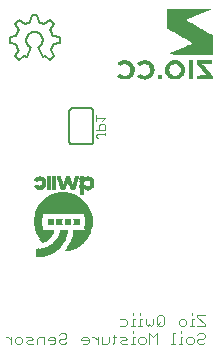
<source format=gbr>
G04 EAGLE Gerber RS-274X export*
G75*
%MOMM*%
%FSLAX34Y34*%
%LPD*%
%AMOC8*
5,1,8,0,0,1.08239X$1,22.5*%
G01*
%ADD10C,0.101600*%
%ADD11C,0.076200*%
%ADD12C,0.152400*%
%ADD13R,0.120000X0.020000*%
%ADD14R,0.340000X0.020000*%
%ADD15R,0.320000X0.020000*%
%ADD16R,0.140000X0.020000*%
%ADD17R,0.280000X0.020000*%
%ADD18R,0.360000X0.020000*%
%ADD19R,0.420000X0.020000*%
%ADD20R,0.380000X0.020000*%
%ADD21R,0.480000X0.020000*%
%ADD22R,0.540000X0.020000*%
%ADD23R,0.560000X0.020000*%
%ADD24R,0.400000X0.020000*%
%ADD25R,0.640000X0.020000*%
%ADD26R,0.620000X0.020000*%
%ADD27R,0.700000X0.020000*%
%ADD28R,0.660000X0.020000*%
%ADD29R,0.740000X0.020000*%
%ADD30R,1.080000X0.020000*%
%ADD31R,0.800000X0.020000*%
%ADD32R,1.100000X0.020000*%
%ADD33R,0.440000X0.020000*%
%ADD34R,0.840000X0.020000*%
%ADD35R,1.120000X0.020000*%
%ADD36R,0.460000X0.020000*%
%ADD37R,0.860000X0.020000*%
%ADD38R,0.900000X0.020000*%
%ADD39R,1.140000X0.020000*%
%ADD40R,0.920000X0.020000*%
%ADD41R,1.160000X0.020000*%
%ADD42R,0.960000X0.020000*%
%ADD43R,0.500000X0.020000*%
%ADD44R,0.520000X0.020000*%
%ADD45R,0.940000X0.020000*%
%ADD46R,0.260000X0.020000*%
%ADD47R,0.180000X0.020000*%
%ADD48R,0.580000X0.020000*%
%ADD49R,0.060000X0.020000*%
%ADD50R,0.600000X0.020000*%
%ADD51R,0.300000X0.020000*%
%ADD52R,0.040000X0.020000*%
%ADD53R,0.100000X0.020000*%
%ADD54R,0.160000X0.020000*%
%ADD55R,0.220000X0.020000*%
%ADD56R,0.980000X0.020000*%
%ADD57R,0.880000X0.020000*%
%ADD58R,0.760000X0.020000*%
%ADD59R,1.060000X0.020000*%
%ADD60R,0.720000X0.020000*%
%ADD61R,0.820000X0.020000*%
%ADD62R,1.180000X0.020000*%
%ADD63R,1.340000X0.020000*%
%ADD64R,1.460000X0.020000*%
%ADD65R,1.600000X0.020000*%
%ADD66R,1.700000X0.020000*%
%ADD67R,1.820000X0.020000*%
%ADD68R,1.900000X0.020000*%
%ADD69R,1.980000X0.020000*%
%ADD70R,2.100000X0.020000*%
%ADD71R,2.160000X0.020000*%
%ADD72R,2.260000X0.020000*%
%ADD73R,2.340000X0.020000*%
%ADD74R,2.400000X0.020000*%
%ADD75R,2.480000X0.020000*%
%ADD76R,2.540000X0.020000*%
%ADD77R,2.600000X0.020000*%
%ADD78R,2.680000X0.020000*%
%ADD79R,2.720000X0.020000*%
%ADD80R,2.800000X0.020000*%
%ADD81R,2.840000X0.020000*%
%ADD82R,2.900000X0.020000*%
%ADD83R,2.960000X0.020000*%
%ADD84R,3.000000X0.020000*%
%ADD85R,3.060000X0.020000*%
%ADD86R,3.120000X0.020000*%
%ADD87R,3.160000X0.020000*%
%ADD88R,3.200000X0.020000*%
%ADD89R,3.260000X0.020000*%
%ADD90R,3.300000X0.020000*%
%ADD91R,3.340000X0.020000*%
%ADD92R,3.380000X0.020000*%
%ADD93R,3.420000X0.020000*%
%ADD94R,3.460000X0.020000*%
%ADD95R,3.520000X0.020000*%
%ADD96R,3.540000X0.020000*%
%ADD97R,3.580000X0.020000*%
%ADD98R,3.620000X0.020000*%
%ADD99R,3.660000X0.020000*%
%ADD100R,3.700000X0.020000*%
%ADD101R,3.740000X0.020000*%
%ADD102R,3.780000X0.020000*%
%ADD103R,3.800000X0.020000*%
%ADD104R,3.840000X0.020000*%
%ADD105R,3.860000X0.020000*%
%ADD106R,3.900000X0.020000*%
%ADD107R,3.940000X0.020000*%
%ADD108R,3.960000X0.020000*%
%ADD109R,3.980000X0.020000*%
%ADD110R,4.020000X0.020000*%
%ADD111R,4.060000X0.020000*%
%ADD112R,4.080000X0.020000*%
%ADD113R,4.100000X0.020000*%
%ADD114R,4.120000X0.020000*%
%ADD115R,4.160000X0.020000*%
%ADD116R,4.180000X0.020000*%
%ADD117R,4.200000X0.020000*%
%ADD118R,4.240000X0.020000*%
%ADD119R,4.260000X0.020000*%
%ADD120R,4.280000X0.020000*%
%ADD121R,4.300000X0.020000*%
%ADD122R,4.320000X0.020000*%
%ADD123R,4.340000X0.020000*%
%ADD124R,4.380000X0.020000*%
%ADD125R,4.400000X0.020000*%
%ADD126R,4.440000X0.020000*%
%ADD127R,4.460000X0.020000*%
%ADD128R,4.500000X0.020000*%
%ADD129R,4.520000X0.020000*%
%ADD130R,4.540000X0.020000*%
%ADD131R,4.560000X0.020000*%
%ADD132R,4.580000X0.020000*%
%ADD133R,4.600000X0.020000*%
%ADD134R,4.620000X0.020000*%
%ADD135R,4.640000X0.020000*%
%ADD136R,4.660000X0.020000*%
%ADD137R,4.680000X0.020000*%
%ADD138R,4.700000X0.020000*%
%ADD139R,4.720000X0.020000*%
%ADD140R,4.740000X0.020000*%
%ADD141R,0.680000X0.020000*%
%ADD142R,1.480000X0.020000*%
%ADD143R,1.580000X0.020000*%
%ADD144R,1.560000X0.020000*%
%ADD145R,1.540000X0.020000*%
%ADD146R,1.520000X0.020000*%
%ADD147R,1.500000X0.020000*%
%ADD148R,1.440000X0.020000*%
%ADD149R,1.400000X0.020000*%
%ADD150R,1.420000X0.020000*%
%ADD151R,1.380000X0.020000*%
%ADD152R,1.360000X0.020000*%
%ADD153R,1.320000X0.020000*%
%ADD154R,1.300000X0.020000*%
%ADD155R,1.260000X0.020000*%
%ADD156R,1.220000X0.020000*%
%ADD157R,1.200000X0.020000*%
%ADD158R,1.040000X0.020000*%
%ADD159R,1.020000X0.020000*%
%ADD160R,1.000000X0.020000*%
%ADD161R,1.280000X0.020000*%
%ADD162R,0.780000X0.020000*%
%ADD163R,1.240000X0.020000*%
%ADD164R,0.020000X0.020000*%
%ADD165R,1.840000X0.020000*%
%ADD166R,1.800000X0.020000*%
%ADD167R,1.780000X0.020000*%
%ADD168R,1.760000X0.020000*%
%ADD169R,1.740000X0.020000*%
%ADD170R,1.680000X0.020000*%
%ADD171R,1.660000X0.020000*%
%ADD172R,1.620000X0.020000*%

G36*
X190948Y953232D02*
X190948Y953232D01*
X190948Y953233D01*
X190949Y953234D01*
X190944Y954595D01*
X190941Y955955D01*
X190936Y957317D01*
X190931Y958678D01*
X190926Y960040D01*
X190922Y961400D01*
X190917Y962762D01*
X190912Y964123D01*
X190909Y965485D01*
X190904Y966845D01*
X190899Y968207D01*
X190895Y969568D01*
X190890Y969573D01*
X190889Y969578D01*
X189666Y970288D01*
X188442Y970997D01*
X187220Y971707D01*
X185998Y972417D01*
X184775Y973126D01*
X183553Y973836D01*
X182329Y974545D01*
X181106Y975255D01*
X179884Y975965D01*
X178633Y976690D01*
X177384Y977416D01*
X176133Y978141D01*
X174883Y978865D01*
X173634Y979590D01*
X172383Y980316D01*
X171134Y981040D01*
X169883Y981764D01*
X168650Y982477D01*
X169942Y983216D01*
X171393Y983847D01*
X172849Y984468D01*
X174307Y985084D01*
X175765Y985698D01*
X177224Y986311D01*
X178684Y986924D01*
X180091Y987515D01*
X181497Y988105D01*
X182904Y988696D01*
X184309Y989286D01*
X185717Y989877D01*
X187123Y990467D01*
X188528Y991058D01*
X189935Y991648D01*
X190887Y992052D01*
X190890Y992057D01*
X190894Y992061D01*
X190893Y992063D01*
X190894Y992066D01*
X190887Y992069D01*
X190883Y992075D01*
X186407Y992075D01*
X184917Y992076D01*
X177459Y992076D01*
X175966Y992078D01*
X167016Y992078D01*
X166256Y992079D01*
X166227Y992079D01*
X165525Y992079D01*
X158067Y992079D01*
X156575Y992081D01*
X152100Y992081D01*
X152088Y992071D01*
X152089Y992070D01*
X152088Y992069D01*
X152088Y990707D01*
X152090Y989345D01*
X152090Y987981D01*
X152091Y986619D01*
X152091Y985257D01*
X152093Y983895D01*
X152093Y982531D01*
X152094Y981169D01*
X152094Y979807D01*
X152096Y978445D01*
X152098Y977083D01*
X152098Y975719D01*
X152103Y975714D01*
X152104Y975709D01*
X153391Y974964D01*
X154680Y974220D01*
X155967Y973474D01*
X157255Y972729D01*
X158544Y971983D01*
X159831Y971239D01*
X161119Y970494D01*
X162367Y969772D01*
X163614Y969051D01*
X164861Y968329D01*
X166108Y967606D01*
X167356Y966886D01*
X168604Y966163D01*
X169850Y965441D01*
X171098Y964719D01*
X172344Y963996D01*
X173418Y963360D01*
X174390Y962649D01*
X173031Y962070D01*
X171650Y961487D01*
X170271Y960906D01*
X167508Y959744D01*
X166127Y959165D01*
X164746Y958584D01*
X163365Y958004D01*
X161982Y957425D01*
X160598Y956844D01*
X159215Y956263D01*
X157833Y955680D01*
X156450Y955098D01*
X155067Y954515D01*
X153686Y953931D01*
X152306Y953342D01*
X152304Y953336D01*
X152299Y953333D01*
X152301Y953331D01*
X152300Y953328D01*
X152306Y953324D01*
X152311Y953319D01*
X153787Y953282D01*
X155267Y953268D01*
X156747Y953259D01*
X158228Y953251D01*
X159707Y953246D01*
X161187Y953240D01*
X162666Y953236D01*
X164146Y953233D01*
X165625Y953230D01*
X167105Y953227D01*
X168585Y953225D01*
X170066Y953225D01*
X171545Y953224D01*
X181986Y953224D01*
X183478Y953222D01*
X190937Y953222D01*
X190948Y953232D01*
G37*
G36*
X159469Y932095D02*
X159469Y932095D01*
X159470Y932094D01*
X160488Y932178D01*
X160831Y932207D01*
X160832Y932208D01*
X160833Y932207D01*
X162154Y932571D01*
X162154Y932572D01*
X162155Y932571D01*
X163406Y933132D01*
X163407Y933133D01*
X163408Y933133D01*
X164549Y933890D01*
X164550Y933891D01*
X164551Y933891D01*
X165551Y934828D01*
X165551Y934829D01*
X165552Y934829D01*
X166375Y935925D01*
X166375Y935926D01*
X166376Y935926D01*
X166997Y937147D01*
X166996Y937149D01*
X166997Y937149D01*
X167351Y938333D01*
X167351Y938335D01*
X167352Y938335D01*
X167364Y938420D01*
X167366Y938432D01*
X167368Y938444D01*
X167369Y938456D01*
X167371Y938468D01*
X167392Y938611D01*
X167394Y938623D01*
X167396Y938635D01*
X167397Y938647D01*
X167398Y938647D01*
X167399Y938659D01*
X167419Y938790D01*
X167420Y938802D01*
X167422Y938814D01*
X167424Y938826D01*
X167426Y938838D01*
X167445Y938969D01*
X167447Y938981D01*
X167448Y938993D01*
X167450Y939005D01*
X167452Y939017D01*
X167471Y939148D01*
X167473Y939160D01*
X167475Y939172D01*
X167476Y939184D01*
X167478Y939196D01*
X167499Y939339D01*
X167501Y939351D01*
X167503Y939363D01*
X167504Y939375D01*
X167506Y939387D01*
X167525Y939518D01*
X167527Y939530D01*
X167529Y939542D01*
X167531Y939554D01*
X167531Y939558D01*
X167531Y939559D01*
X167558Y940796D01*
X167558Y940797D01*
X167411Y942025D01*
X167409Y942026D01*
X167410Y942027D01*
X166947Y943478D01*
X166945Y943478D01*
X166946Y943480D01*
X166211Y944815D01*
X166209Y944815D01*
X166209Y944817D01*
X165244Y945996D01*
X165243Y945996D01*
X165243Y945998D01*
X164081Y946984D01*
X164079Y946984D01*
X164079Y946985D01*
X162756Y947742D01*
X162755Y947742D01*
X162755Y947743D01*
X161597Y948181D01*
X161596Y948180D01*
X161595Y948182D01*
X160489Y948367D01*
X160376Y948386D01*
X160375Y948386D01*
X160374Y948387D01*
X160309Y948389D01*
X160308Y948389D01*
X159937Y948401D01*
X159936Y948401D01*
X159565Y948413D01*
X159564Y948413D01*
X159193Y948424D01*
X159193Y948425D01*
X159192Y948425D01*
X159138Y948426D01*
X159137Y948426D01*
X159041Y948425D01*
X159039Y948425D01*
X159039Y948424D01*
X158382Y948413D01*
X158381Y948413D01*
X157912Y948404D01*
X157911Y948403D01*
X157910Y948404D01*
X156706Y948186D01*
X156705Y948185D01*
X156704Y948186D01*
X155414Y947706D01*
X155413Y947705D01*
X155412Y947706D01*
X154212Y947028D01*
X154211Y947026D01*
X154210Y947027D01*
X153142Y946157D01*
X153141Y946155D01*
X153140Y946155D01*
X152239Y945114D01*
X152239Y945112D01*
X152237Y945112D01*
X151526Y943933D01*
X151526Y943931D01*
X151525Y943931D01*
X151014Y942651D01*
X151015Y942650D01*
X151013Y942649D01*
X150790Y941474D01*
X150790Y941473D01*
X150789Y941472D01*
X150770Y940271D01*
X150771Y940270D01*
X150770Y940270D01*
X150801Y939037D01*
X150802Y939036D01*
X150801Y939034D01*
X151061Y937834D01*
X151062Y937833D01*
X151062Y937832D01*
X151563Y936608D01*
X151565Y936608D01*
X151564Y936607D01*
X152261Y935484D01*
X152263Y935484D01*
X152262Y935483D01*
X153137Y934492D01*
X153138Y934492D01*
X153138Y934491D01*
X154216Y933583D01*
X154218Y933583D01*
X154218Y933582D01*
X155434Y932870D01*
X155435Y932871D01*
X155436Y932869D01*
X156755Y932376D01*
X156757Y932376D01*
X156757Y932375D01*
X158104Y932150D01*
X158105Y932150D01*
X159469Y932094D01*
X159469Y932095D01*
G37*
G36*
X191053Y932385D02*
X191053Y932385D01*
X191052Y932386D01*
X191053Y932387D01*
X191053Y935000D01*
X191050Y935004D01*
X191050Y935008D01*
X190182Y936016D01*
X189315Y937025D01*
X188447Y938034D01*
X187579Y939043D01*
X186712Y940051D01*
X185840Y941066D01*
X184969Y942083D01*
X184099Y943099D01*
X183231Y944118D01*
X182389Y945128D01*
X183757Y945165D01*
X185150Y945177D01*
X186544Y945180D01*
X190724Y945180D01*
X190736Y945190D01*
X190735Y945191D01*
X190736Y945192D01*
X190736Y948260D01*
X190725Y948272D01*
X190724Y948272D01*
X177814Y948272D01*
X177802Y948262D01*
X177803Y948261D01*
X177802Y948260D01*
X177802Y945562D01*
X177806Y945558D01*
X177805Y945554D01*
X178669Y944549D01*
X179534Y943542D01*
X180399Y942538D01*
X181263Y941533D01*
X182128Y940528D01*
X182993Y939521D01*
X183857Y938516D01*
X184722Y937512D01*
X185587Y936505D01*
X186434Y935520D01*
X185654Y935515D01*
X185649Y935515D01*
X185018Y935510D01*
X183612Y935503D01*
X183607Y935503D01*
X183578Y935502D01*
X182137Y935493D01*
X181801Y935491D01*
X181797Y935491D01*
X180696Y935483D01*
X179996Y935479D01*
X179991Y935479D01*
X179254Y935474D01*
X177979Y935467D01*
X177973Y935467D01*
X177814Y935466D01*
X177802Y935455D01*
X177803Y935455D01*
X177802Y935454D01*
X177802Y932387D01*
X177813Y932375D01*
X177814Y932376D01*
X177814Y932375D01*
X191041Y932375D01*
X191053Y932385D01*
G37*
G36*
X117172Y932095D02*
X117172Y932095D01*
X117173Y932094D01*
X118556Y932208D01*
X118557Y932210D01*
X118558Y932209D01*
X120009Y932644D01*
X120010Y932645D01*
X120011Y932645D01*
X121362Y933329D01*
X121362Y933330D01*
X121364Y933330D01*
X122561Y934259D01*
X122561Y934260D01*
X122562Y934260D01*
X123555Y935403D01*
X123555Y935405D01*
X123556Y935405D01*
X124310Y936720D01*
X124310Y936721D01*
X124311Y936722D01*
X124813Y938150D01*
X124812Y938152D01*
X124813Y938153D01*
X125005Y939481D01*
X125005Y939482D01*
X125005Y939483D01*
X125026Y940826D01*
X125025Y940827D01*
X125026Y940827D01*
X124870Y942161D01*
X124869Y942162D01*
X124870Y942163D01*
X124433Y943505D01*
X124432Y943505D01*
X124432Y943507D01*
X123774Y944756D01*
X123772Y944756D01*
X123773Y944758D01*
X122911Y945875D01*
X122909Y945876D01*
X122909Y945877D01*
X121866Y946828D01*
X121865Y946828D01*
X121864Y946829D01*
X120664Y947570D01*
X120663Y947570D01*
X120663Y947571D01*
X119393Y948119D01*
X119391Y948118D01*
X119390Y948120D01*
X118036Y948388D01*
X118035Y948387D01*
X118034Y948388D01*
X118016Y948389D01*
X117600Y948401D01*
X117599Y948401D01*
X117184Y948413D01*
X117183Y948413D01*
X116767Y948424D01*
X116767Y948425D01*
X116766Y948425D01*
X116650Y948428D01*
X116649Y948428D01*
X116494Y948425D01*
X116493Y948425D01*
X116493Y948424D01*
X115940Y948413D01*
X115939Y948413D01*
X115398Y948401D01*
X115397Y948401D01*
X115396Y948401D01*
X114168Y948185D01*
X114167Y948184D01*
X114166Y948184D01*
X113077Y947784D01*
X113076Y947783D01*
X113075Y947784D01*
X112047Y947249D01*
X112046Y947247D01*
X112045Y947248D01*
X111107Y946567D01*
X111107Y946566D01*
X111106Y946566D01*
X110506Y946031D01*
X110504Y946015D01*
X110505Y946015D01*
X110505Y946014D01*
X111045Y945397D01*
X111584Y944779D01*
X112135Y944147D01*
X112683Y943511D01*
X112698Y943509D01*
X112699Y943509D01*
X113390Y943986D01*
X114640Y944739D01*
X116029Y945175D01*
X117483Y945197D01*
X118863Y944746D01*
X120016Y943863D01*
X120885Y942604D01*
X121337Y941142D01*
X121352Y939612D01*
X120945Y938135D01*
X120133Y936838D01*
X118953Y935869D01*
X117509Y935369D01*
X116849Y935365D01*
X116844Y935365D01*
X116010Y935360D01*
X114578Y935803D01*
X113310Y936613D01*
X112663Y937135D01*
X112647Y937134D01*
X112085Y936571D01*
X110394Y934875D01*
X110393Y934859D01*
X110395Y934859D01*
X110394Y934858D01*
X110795Y934480D01*
X111875Y933573D01*
X111876Y933573D01*
X111876Y933572D01*
X113084Y932847D01*
X113086Y932847D01*
X113086Y932846D01*
X114409Y932360D01*
X114410Y932360D01*
X114411Y932359D01*
X115783Y932148D01*
X115783Y932149D01*
X115784Y932148D01*
X117171Y932094D01*
X117172Y932095D01*
G37*
G36*
X133892Y932060D02*
X133892Y932060D01*
X133892Y932059D01*
X135156Y932177D01*
X135157Y932178D01*
X135158Y932177D01*
X136554Y932553D01*
X136554Y932555D01*
X136556Y932554D01*
X137856Y933183D01*
X137856Y933184D01*
X137858Y933184D01*
X139029Y934030D01*
X139029Y934031D01*
X139031Y934031D01*
X140036Y935069D01*
X140036Y935071D01*
X140037Y935071D01*
X140826Y936281D01*
X140826Y936282D01*
X140827Y936283D01*
X141379Y937527D01*
X141379Y937529D01*
X141380Y937529D01*
X141693Y938855D01*
X141692Y938856D01*
X141693Y938857D01*
X141773Y940217D01*
X141772Y940218D01*
X141773Y940219D01*
X141723Y941469D01*
X141722Y941470D01*
X141723Y941471D01*
X141479Y942697D01*
X141477Y942698D01*
X141478Y942699D01*
X141014Y943861D01*
X141013Y943862D01*
X141014Y943863D01*
X140333Y945042D01*
X140331Y945043D01*
X140332Y945044D01*
X139465Y946093D01*
X139463Y946093D01*
X139463Y946095D01*
X138431Y946982D01*
X138430Y946982D01*
X138430Y946983D01*
X137258Y947675D01*
X137257Y947675D01*
X137257Y947676D01*
X136168Y948114D01*
X136166Y948114D01*
X136166Y948115D01*
X135019Y948358D01*
X135018Y948357D01*
X135018Y948358D01*
X133846Y948447D01*
X133846Y948446D01*
X133845Y948447D01*
X133204Y948437D01*
X133202Y948437D01*
X132405Y948425D01*
X132403Y948425D01*
X132359Y948425D01*
X132358Y948424D01*
X132357Y948425D01*
X130894Y948175D01*
X130893Y948174D01*
X130891Y948175D01*
X129502Y947646D01*
X129502Y947645D01*
X129500Y947645D01*
X128362Y946955D01*
X128362Y946953D01*
X128361Y946953D01*
X127360Y946085D01*
X127359Y946076D01*
X127358Y946075D01*
X127359Y946074D01*
X127358Y946069D01*
X127359Y946069D01*
X127358Y946069D01*
X127840Y945375D01*
X128386Y944722D01*
X128920Y944111D01*
X129455Y943496D01*
X129461Y943496D01*
X129461Y943495D01*
X129464Y943495D01*
X129470Y943494D01*
X129471Y943495D01*
X130126Y943982D01*
X131372Y944735D01*
X132755Y945180D01*
X134205Y945202D01*
X135586Y944757D01*
X136688Y943954D01*
X137495Y942852D01*
X137974Y941571D01*
X138123Y940212D01*
X138094Y939999D01*
X138089Y939963D01*
X138054Y939701D01*
X138049Y939665D01*
X138014Y939402D01*
X138009Y939366D01*
X137974Y939104D01*
X137969Y939068D01*
X137941Y938856D01*
X137423Y937592D01*
X136575Y936520D01*
X135393Y935714D01*
X134014Y935333D01*
X133811Y935342D01*
X133810Y935342D01*
X133547Y935354D01*
X133284Y935366D01*
X133021Y935378D01*
X132758Y935390D01*
X132582Y935398D01*
X131223Y935855D01*
X130012Y936629D01*
X129382Y937135D01*
X129367Y937134D01*
X129366Y937134D01*
X128295Y936059D01*
X127738Y935483D01*
X127738Y935482D01*
X127737Y935482D01*
X127223Y934868D01*
X127223Y934852D01*
X128066Y934017D01*
X128067Y934017D01*
X128068Y934016D01*
X129023Y933297D01*
X129025Y933297D01*
X129025Y933295D01*
X130152Y932711D01*
X130153Y932712D01*
X130154Y932710D01*
X131365Y932326D01*
X131366Y932327D01*
X131367Y932326D01*
X132619Y932112D01*
X132620Y932112D01*
X132621Y932111D01*
X133891Y932059D01*
X133892Y932060D01*
G37*
%LPC*%
G36*
X158410Y935366D02*
X158410Y935366D01*
X157076Y935771D01*
X155928Y936566D01*
X155065Y937664D01*
X154539Y938956D01*
X154371Y940343D01*
X154569Y941726D01*
X155117Y943010D01*
X156016Y944054D01*
X157187Y944787D01*
X158506Y945191D01*
X159883Y945200D01*
X160483Y945003D01*
X161340Y944717D01*
X162562Y943794D01*
X163421Y942523D01*
X163856Y941051D01*
X163853Y939520D01*
X163402Y938055D01*
X162538Y936789D01*
X161327Y935852D01*
X160483Y935573D01*
X159874Y935374D01*
X159190Y935271D01*
X158410Y935366D01*
G37*
%LPD*%
G36*
X174334Y932385D02*
X174334Y932385D01*
X174333Y932386D01*
X174334Y932387D01*
X174334Y948265D01*
X174323Y948277D01*
X174322Y948276D01*
X174322Y948277D01*
X174244Y948276D01*
X174243Y948276D01*
X173525Y948264D01*
X173523Y948264D01*
X173461Y948263D01*
X172807Y948252D01*
X172805Y948252D01*
X172602Y948248D01*
X172140Y948240D01*
X172138Y948240D01*
X171742Y948233D01*
X171466Y948228D01*
X171464Y948228D01*
X170883Y948218D01*
X170871Y948208D01*
X170872Y948207D01*
X170871Y948206D01*
X170865Y946625D01*
X170860Y945043D01*
X170854Y943461D01*
X170849Y941879D01*
X170844Y940297D01*
X170838Y938715D01*
X170833Y937134D01*
X170827Y935551D01*
X170822Y933970D01*
X170817Y932387D01*
X170828Y932375D01*
X170829Y932376D01*
X170829Y932375D01*
X174322Y932375D01*
X174334Y932385D01*
G37*
G36*
X148091Y932385D02*
X148091Y932385D01*
X148090Y932386D01*
X148091Y932387D01*
X148091Y935984D01*
X148080Y935996D01*
X148080Y935995D01*
X148079Y935996D01*
X144482Y935996D01*
X144470Y935986D01*
X144470Y935985D01*
X144470Y935984D01*
X144470Y932387D01*
X144480Y932375D01*
X144481Y932376D01*
X144482Y932375D01*
X148079Y932375D01*
X148091Y932385D01*
G37*
D10*
X184150Y732544D02*
X178049Y732544D01*
X178049Y731019D01*
X184150Y724917D01*
X184150Y723392D01*
X178049Y723392D01*
X174795Y729493D02*
X173270Y729493D01*
X173270Y723392D01*
X174795Y723392D02*
X171744Y723392D01*
X173270Y732544D02*
X173270Y734069D01*
X167033Y723392D02*
X163982Y723392D01*
X162457Y724917D01*
X162457Y727968D01*
X163982Y729493D01*
X167033Y729493D01*
X168558Y727968D01*
X168558Y724917D01*
X167033Y723392D01*
X149848Y724917D02*
X149848Y731019D01*
X148322Y732544D01*
X145272Y732544D01*
X143746Y731019D01*
X143746Y724917D01*
X145272Y723392D01*
X148322Y723392D01*
X149848Y724917D01*
X146797Y726443D02*
X143746Y723392D01*
X140492Y724917D02*
X140492Y729493D01*
X140492Y724917D02*
X138967Y723392D01*
X137442Y724917D01*
X135917Y723392D01*
X134391Y724917D01*
X134391Y729493D01*
X131137Y729493D02*
X129612Y729493D01*
X129612Y723392D01*
X131137Y723392D02*
X128087Y723392D01*
X129612Y732544D02*
X129612Y734069D01*
X124901Y729493D02*
X123375Y729493D01*
X123375Y723392D01*
X121850Y723392D02*
X124901Y723392D01*
X123375Y732544D02*
X123375Y734069D01*
X117138Y729493D02*
X112563Y729493D01*
X117138Y729493D02*
X118664Y727968D01*
X118664Y724917D01*
X117138Y723392D01*
X112563Y723392D01*
X178049Y715779D02*
X179574Y717304D01*
X182625Y717304D01*
X184150Y715779D01*
X184150Y714253D01*
X182625Y712728D01*
X179574Y712728D01*
X178049Y711203D01*
X178049Y709677D01*
X179574Y708152D01*
X182625Y708152D01*
X184150Y709677D01*
X173270Y708152D02*
X170219Y708152D01*
X168694Y709677D01*
X168694Y712728D01*
X170219Y714253D01*
X173270Y714253D01*
X174795Y712728D01*
X174795Y709677D01*
X173270Y708152D01*
X165440Y714253D02*
X163914Y714253D01*
X163914Y708152D01*
X162389Y708152D02*
X165440Y708152D01*
X163914Y717304D02*
X163914Y718829D01*
X159203Y717304D02*
X157678Y717304D01*
X157678Y708152D01*
X159203Y708152D02*
X156152Y708152D01*
X143611Y708152D02*
X143611Y717304D01*
X140560Y714253D01*
X137510Y717304D01*
X137510Y708152D01*
X132730Y708152D02*
X129680Y708152D01*
X128155Y709677D01*
X128155Y712728D01*
X129680Y714253D01*
X132730Y714253D01*
X134256Y712728D01*
X134256Y709677D01*
X132730Y708152D01*
X124901Y714253D02*
X123375Y714253D01*
X123375Y708152D01*
X121850Y708152D02*
X124901Y708152D01*
X123375Y717304D02*
X123375Y718829D01*
X118664Y708152D02*
X114088Y708152D01*
X112563Y709677D01*
X114088Y711203D01*
X117138Y711203D01*
X118664Y712728D01*
X117138Y714253D01*
X112563Y714253D01*
X107783Y715779D02*
X107783Y709677D01*
X106258Y708152D01*
X106258Y714253D02*
X109309Y714253D01*
X103072Y714253D02*
X103072Y709677D01*
X101546Y708152D01*
X96971Y708152D01*
X96971Y714253D01*
X93717Y714253D02*
X93717Y708152D01*
X93717Y711203D02*
X90666Y714253D01*
X89141Y714253D01*
X84395Y708152D02*
X81345Y708152D01*
X84395Y708152D02*
X85921Y709677D01*
X85921Y712728D01*
X84395Y714253D01*
X81345Y714253D01*
X79819Y712728D01*
X79819Y711203D01*
X85921Y711203D01*
X62634Y717304D02*
X61109Y715779D01*
X62634Y717304D02*
X65685Y717304D01*
X67210Y715779D01*
X67210Y714253D01*
X65685Y712728D01*
X62634Y712728D01*
X61109Y711203D01*
X61109Y709677D01*
X62634Y708152D01*
X65685Y708152D01*
X67210Y709677D01*
X56330Y708152D02*
X53279Y708152D01*
X56330Y708152D02*
X57855Y709677D01*
X57855Y712728D01*
X56330Y714253D01*
X53279Y714253D01*
X51754Y712728D01*
X51754Y711203D01*
X57855Y711203D01*
X48500Y708152D02*
X48500Y714253D01*
X43924Y714253D01*
X42399Y712728D01*
X42399Y708152D01*
X39145Y708152D02*
X34569Y708152D01*
X33043Y709677D01*
X34569Y711203D01*
X37619Y711203D01*
X39145Y712728D01*
X37619Y714253D01*
X33043Y714253D01*
X28264Y708152D02*
X25214Y708152D01*
X23688Y709677D01*
X23688Y712728D01*
X25214Y714253D01*
X28264Y714253D01*
X29789Y712728D01*
X29789Y709677D01*
X28264Y708152D01*
X20434Y708152D02*
X20434Y714253D01*
X20434Y711203D02*
X17384Y714253D01*
X15858Y714253D01*
D11*
X93812Y882243D02*
X92583Y883471D01*
X92583Y884700D01*
X93812Y885929D01*
X99955Y885929D01*
X99955Y887157D02*
X99955Y884700D01*
X99955Y889727D02*
X92583Y889727D01*
X99955Y889727D02*
X99955Y893413D01*
X98727Y894642D01*
X96269Y894642D01*
X95040Y893413D01*
X95040Y889727D01*
X97498Y897211D02*
X99955Y899668D01*
X92583Y899668D01*
X92583Y897211D02*
X92583Y902126D01*
D12*
X69560Y905276D02*
X69560Y879876D01*
X89880Y905276D02*
X89878Y905376D01*
X89872Y905475D01*
X89862Y905575D01*
X89849Y905673D01*
X89831Y905772D01*
X89810Y905869D01*
X89785Y905965D01*
X89756Y906061D01*
X89723Y906155D01*
X89687Y906248D01*
X89647Y906339D01*
X89603Y906429D01*
X89556Y906517D01*
X89506Y906603D01*
X89452Y906687D01*
X89395Y906769D01*
X89335Y906848D01*
X89271Y906926D01*
X89205Y907000D01*
X89136Y907072D01*
X89064Y907141D01*
X88990Y907207D01*
X88912Y907271D01*
X88833Y907331D01*
X88751Y907388D01*
X88667Y907442D01*
X88581Y907492D01*
X88493Y907539D01*
X88403Y907583D01*
X88312Y907623D01*
X88219Y907659D01*
X88125Y907692D01*
X88029Y907721D01*
X87933Y907746D01*
X87836Y907767D01*
X87737Y907785D01*
X87639Y907798D01*
X87539Y907808D01*
X87440Y907814D01*
X87340Y907816D01*
X89880Y879876D02*
X89878Y879776D01*
X89872Y879677D01*
X89862Y879577D01*
X89849Y879479D01*
X89831Y879380D01*
X89810Y879283D01*
X89785Y879187D01*
X89756Y879091D01*
X89723Y878997D01*
X89687Y878904D01*
X89647Y878813D01*
X89603Y878723D01*
X89556Y878635D01*
X89506Y878549D01*
X89452Y878465D01*
X89395Y878383D01*
X89335Y878304D01*
X89271Y878226D01*
X89205Y878152D01*
X89136Y878080D01*
X89064Y878011D01*
X88990Y877945D01*
X88912Y877881D01*
X88833Y877821D01*
X88751Y877764D01*
X88667Y877710D01*
X88581Y877660D01*
X88493Y877613D01*
X88403Y877569D01*
X88312Y877529D01*
X88219Y877493D01*
X88125Y877460D01*
X88029Y877431D01*
X87933Y877406D01*
X87836Y877385D01*
X87737Y877367D01*
X87639Y877354D01*
X87539Y877344D01*
X87440Y877338D01*
X87340Y877336D01*
X72100Y877336D02*
X72000Y877338D01*
X71901Y877344D01*
X71801Y877354D01*
X71703Y877367D01*
X71604Y877385D01*
X71507Y877406D01*
X71411Y877431D01*
X71315Y877460D01*
X71221Y877493D01*
X71128Y877529D01*
X71037Y877569D01*
X70947Y877613D01*
X70859Y877660D01*
X70773Y877710D01*
X70689Y877764D01*
X70607Y877821D01*
X70528Y877881D01*
X70450Y877945D01*
X70376Y878011D01*
X70304Y878080D01*
X70235Y878152D01*
X70169Y878226D01*
X70105Y878304D01*
X70045Y878383D01*
X69988Y878465D01*
X69934Y878549D01*
X69884Y878635D01*
X69837Y878723D01*
X69793Y878813D01*
X69753Y878904D01*
X69717Y878997D01*
X69684Y879091D01*
X69655Y879187D01*
X69630Y879283D01*
X69609Y879380D01*
X69591Y879479D01*
X69578Y879577D01*
X69568Y879677D01*
X69562Y879776D01*
X69560Y879876D01*
X69560Y905276D02*
X69562Y905376D01*
X69568Y905475D01*
X69578Y905575D01*
X69591Y905673D01*
X69609Y905772D01*
X69630Y905869D01*
X69655Y905965D01*
X69684Y906061D01*
X69717Y906155D01*
X69753Y906248D01*
X69793Y906339D01*
X69837Y906429D01*
X69884Y906517D01*
X69934Y906603D01*
X69988Y906687D01*
X70045Y906769D01*
X70105Y906848D01*
X70169Y906926D01*
X70235Y907000D01*
X70304Y907072D01*
X70376Y907141D01*
X70450Y907207D01*
X70528Y907271D01*
X70607Y907331D01*
X70689Y907388D01*
X70773Y907442D01*
X70859Y907492D01*
X70947Y907539D01*
X71037Y907583D01*
X71128Y907623D01*
X71221Y907659D01*
X71315Y907692D01*
X71411Y907721D01*
X71507Y907746D01*
X71604Y907767D01*
X71703Y907785D01*
X71801Y907798D01*
X71901Y907808D01*
X72000Y907814D01*
X72100Y907816D01*
X87340Y907816D01*
X87340Y877336D02*
X72100Y877336D01*
X89880Y879876D02*
X89880Y905276D01*
D13*
X85778Y849302D03*
D14*
X80478Y849302D03*
X76278Y849302D03*
D15*
X68378Y849302D03*
X60778Y849302D03*
D14*
X56678Y849302D03*
X52478Y849302D03*
D16*
X44678Y849302D03*
D17*
X85778Y849102D03*
D18*
X80378Y849102D03*
X76178Y849102D03*
X68378Y849102D03*
D14*
X60678Y849102D03*
D18*
X56778Y849102D03*
X52378Y849102D03*
D15*
X44578Y849102D03*
D19*
X85878Y848902D03*
D18*
X80378Y848902D03*
X76178Y848902D03*
D20*
X68478Y848902D03*
D18*
X60778Y848902D03*
X56778Y848902D03*
X52378Y848902D03*
D21*
X44578Y848902D03*
X85778Y848702D03*
D18*
X80378Y848702D03*
X76178Y848702D03*
D20*
X68478Y848702D03*
D14*
X60878Y848702D03*
D18*
X56778Y848702D03*
X52378Y848702D03*
D22*
X44678Y848702D03*
D23*
X85778Y848502D03*
D18*
X80378Y848502D03*
X75978Y848502D03*
D24*
X68378Y848502D03*
D14*
X60878Y848502D03*
D18*
X56778Y848502D03*
X52378Y848502D03*
D25*
X44578Y848502D03*
D26*
X85878Y848302D03*
D18*
X80378Y848302D03*
X75978Y848302D03*
D24*
X68378Y848302D03*
D18*
X60978Y848302D03*
X56778Y848302D03*
X52378Y848302D03*
D27*
X44678Y848302D03*
D28*
X85878Y848102D03*
D20*
X80478Y848102D03*
D14*
X75878Y848102D03*
D19*
X68478Y848102D03*
D14*
X61078Y848102D03*
D18*
X56778Y848102D03*
X52378Y848102D03*
D29*
X44678Y848102D03*
D30*
X83978Y847902D03*
D18*
X75778Y847902D03*
D19*
X68478Y847902D03*
D14*
X61078Y847902D03*
D18*
X56778Y847902D03*
X52378Y847902D03*
D31*
X44578Y847902D03*
D32*
X84078Y847702D03*
D18*
X75778Y847702D03*
D33*
X68378Y847702D03*
D14*
X61078Y847702D03*
D18*
X56778Y847702D03*
X52378Y847702D03*
D34*
X44578Y847702D03*
D35*
X84178Y847502D03*
D14*
X75678Y847502D03*
D36*
X68478Y847502D03*
D14*
X61278Y847502D03*
D18*
X56778Y847502D03*
X52378Y847502D03*
D37*
X44678Y847502D03*
D35*
X84178Y847302D03*
D14*
X75678Y847302D03*
D36*
X68478Y847302D03*
D14*
X61278Y847302D03*
D18*
X56778Y847302D03*
X52378Y847302D03*
D38*
X44678Y847302D03*
D39*
X84278Y847102D03*
D18*
X75578Y847102D03*
D21*
X68378Y847102D03*
D15*
X61378Y847102D03*
D18*
X56778Y847102D03*
X52378Y847102D03*
D40*
X44578Y847102D03*
D41*
X84378Y846902D03*
D14*
X75478Y846902D03*
D21*
X68378Y846902D03*
D14*
X61478Y846902D03*
D18*
X56778Y846902D03*
X52378Y846902D03*
D42*
X44578Y846902D03*
D41*
X84378Y846702D03*
D14*
X75478Y846702D03*
D43*
X68478Y846702D03*
D14*
X61478Y846702D03*
D18*
X56778Y846702D03*
X52378Y846702D03*
D42*
X44778Y846702D03*
D41*
X84378Y846502D03*
D18*
X75378Y846502D03*
D44*
X68378Y846502D03*
D14*
X61478Y846502D03*
D18*
X56778Y846502D03*
X52378Y846502D03*
D45*
X44878Y846502D03*
D21*
X87978Y846302D03*
D22*
X81278Y846302D03*
D14*
X75278Y846302D03*
D44*
X68378Y846302D03*
D15*
X61578Y846302D03*
D18*
X56778Y846302D03*
X52378Y846302D03*
D21*
X47378Y846302D03*
D15*
X42178Y846302D03*
D36*
X88278Y846102D03*
D43*
X81078Y846102D03*
D14*
X75278Y846102D03*
D44*
X68378Y846102D03*
D14*
X61678Y846102D03*
D18*
X56778Y846102D03*
X52378Y846102D03*
D33*
X47578Y846102D03*
D46*
X42078Y846102D03*
D19*
X88478Y845902D03*
D36*
X80878Y845902D03*
D18*
X75178Y845902D03*
D22*
X68478Y845902D03*
D15*
X61778Y845902D03*
D18*
X56778Y845902D03*
X52378Y845902D03*
D19*
X47878Y845902D03*
D47*
X42078Y845902D03*
D24*
X88578Y845702D03*
D33*
X80778Y845702D03*
D14*
X75078Y845702D03*
D22*
X68478Y845702D03*
D15*
X61778Y845702D03*
D18*
X56778Y845702D03*
X52378Y845702D03*
D24*
X47978Y845702D03*
D13*
X42178Y845702D03*
D24*
X88578Y845502D03*
D19*
X80678Y845502D03*
D14*
X75078Y845502D03*
D48*
X68478Y845502D03*
D14*
X61878Y845502D03*
D18*
X56778Y845502D03*
X52378Y845502D03*
D20*
X48078Y845502D03*
D49*
X42278Y845502D03*
D20*
X88678Y845302D03*
D24*
X80578Y845302D03*
D15*
X74978Y845302D03*
D48*
X68478Y845302D03*
D15*
X61978Y845302D03*
D18*
X56778Y845302D03*
X52378Y845302D03*
X48178Y845302D03*
D20*
X88878Y845102D03*
D24*
X80578Y845102D03*
D14*
X74878Y845102D03*
D50*
X68378Y845102D03*
D15*
X61978Y845102D03*
D18*
X56778Y845102D03*
X52378Y845102D03*
D20*
X48278Y845102D03*
X88878Y844902D03*
D24*
X80578Y844902D03*
D14*
X74878Y844902D03*
D50*
X68378Y844902D03*
D15*
X62178Y844902D03*
D18*
X56778Y844902D03*
X52378Y844902D03*
D20*
X48278Y844902D03*
X88878Y844702D03*
X80478Y844702D03*
D15*
X74778Y844702D03*
D17*
X69978Y844702D03*
D51*
X66878Y844702D03*
D15*
X62178Y844702D03*
D18*
X56778Y844702D03*
X52378Y844702D03*
X48378Y844702D03*
X88978Y844502D03*
D20*
X80478Y844502D03*
D14*
X74678Y844502D03*
D17*
X70178Y844502D03*
D51*
X66878Y844502D03*
D15*
X62178Y844502D03*
D18*
X56778Y844502D03*
X52378Y844502D03*
X48378Y844502D03*
X88978Y844302D03*
D20*
X80478Y844302D03*
D14*
X74678Y844302D03*
D17*
X70178Y844302D03*
D51*
X66678Y844302D03*
X62278Y844302D03*
D18*
X56778Y844302D03*
X52378Y844302D03*
X48378Y844302D03*
X88978Y844102D03*
X80378Y844102D03*
D15*
X74578Y844102D03*
D51*
X70278Y844102D03*
X66678Y844102D03*
D15*
X62378Y844102D03*
D18*
X56778Y844102D03*
X52378Y844102D03*
X48378Y844102D03*
X88978Y843902D03*
X80378Y843902D03*
D14*
X74478Y843902D03*
D51*
X70278Y843902D03*
X66678Y843902D03*
D15*
X62378Y843902D03*
D18*
X56778Y843902D03*
X52378Y843902D03*
X48378Y843902D03*
X88978Y843702D03*
X80378Y843702D03*
D15*
X74378Y843702D03*
D17*
X70378Y843702D03*
X66578Y843702D03*
D51*
X62478Y843702D03*
D18*
X56778Y843702D03*
X52378Y843702D03*
X48378Y843702D03*
X88978Y843502D03*
X80378Y843502D03*
D15*
X74378Y843502D03*
D17*
X70378Y843502D03*
D51*
X66478Y843502D03*
D15*
X62578Y843502D03*
D18*
X56778Y843502D03*
X52378Y843502D03*
X48378Y843502D03*
X88978Y843302D03*
X80378Y843302D03*
D15*
X74378Y843302D03*
D17*
X70578Y843302D03*
D51*
X66478Y843302D03*
X62678Y843302D03*
D18*
X56778Y843302D03*
X52378Y843302D03*
X48378Y843302D03*
X88978Y843102D03*
D20*
X80478Y843102D03*
D14*
X74278Y843102D03*
D17*
X70578Y843102D03*
D51*
X66278Y843102D03*
X62678Y843102D03*
D18*
X56778Y843102D03*
X52378Y843102D03*
X48378Y843102D03*
X88978Y842902D03*
D20*
X80478Y842902D03*
D15*
X74178Y842902D03*
D17*
X70578Y842902D03*
D51*
X66278Y842902D03*
X62678Y842902D03*
D18*
X56778Y842902D03*
X52378Y842902D03*
X48378Y842902D03*
D20*
X88878Y842702D03*
X80478Y842702D03*
D15*
X74178Y842702D03*
D17*
X70578Y842702D03*
D51*
X66278Y842702D03*
D15*
X62778Y842702D03*
D18*
X56778Y842702D03*
X52378Y842702D03*
D20*
X48278Y842702D03*
X88878Y842502D03*
D24*
X80578Y842502D03*
D15*
X73978Y842502D03*
D17*
X70778Y842502D03*
D51*
X66278Y842502D03*
X62878Y842502D03*
D18*
X56778Y842502D03*
X52378Y842502D03*
D20*
X48278Y842502D03*
X88878Y842302D03*
D24*
X80578Y842302D03*
D26*
X72478Y842302D03*
X64478Y842302D03*
D18*
X56778Y842302D03*
X52378Y842302D03*
D20*
X48078Y842302D03*
D52*
X42178Y842302D03*
D20*
X88678Y842102D03*
D24*
X80578Y842102D03*
D26*
X72478Y842102D03*
D50*
X64578Y842102D03*
D18*
X56778Y842102D03*
X52378Y842102D03*
D20*
X48078Y842102D03*
D53*
X42078Y842102D03*
D24*
X88578Y841902D03*
D19*
X80678Y841902D03*
D48*
X72478Y841902D03*
X64478Y841902D03*
D18*
X56778Y841902D03*
X52378Y841902D03*
D24*
X47978Y841902D03*
D54*
X41978Y841902D03*
D24*
X88578Y841702D03*
D33*
X80778Y841702D03*
D48*
X72478Y841702D03*
X64478Y841702D03*
D18*
X56778Y841702D03*
X52378Y841702D03*
D19*
X47878Y841702D03*
D55*
X41878Y841702D03*
D19*
X88478Y841502D03*
D36*
X80878Y841502D03*
D48*
X72478Y841502D03*
D23*
X64578Y841502D03*
D18*
X56778Y841502D03*
X52378Y841502D03*
D33*
X47578Y841502D03*
D17*
X41978Y841502D03*
D33*
X88178Y841302D03*
D21*
X80978Y841302D03*
D22*
X72478Y841302D03*
D23*
X64578Y841302D03*
D18*
X56778Y841302D03*
X52378Y841302D03*
D42*
X44978Y841302D03*
D36*
X88078Y841102D03*
D44*
X81178Y841102D03*
D22*
X72478Y841102D03*
X64478Y841102D03*
D18*
X56778Y841102D03*
X52378Y841102D03*
D42*
X44778Y841102D03*
D44*
X87578Y840902D03*
D50*
X81578Y840902D03*
D44*
X72378Y840902D03*
X64578Y840902D03*
D18*
X56778Y840902D03*
X52378Y840902D03*
D56*
X44678Y840902D03*
D41*
X84378Y840702D03*
D43*
X72478Y840702D03*
D44*
X64578Y840702D03*
D18*
X56778Y840702D03*
X52378Y840702D03*
D45*
X44678Y840702D03*
D41*
X84378Y840502D03*
D43*
X72478Y840502D03*
D21*
X64578Y840502D03*
D18*
X56778Y840502D03*
X52378Y840502D03*
D40*
X44578Y840502D03*
D39*
X84278Y840302D03*
D21*
X72378Y840302D03*
X64578Y840302D03*
D18*
X56778Y840302D03*
X52378Y840302D03*
D57*
X44578Y840302D03*
D35*
X84178Y840102D03*
D21*
X72378Y840102D03*
X64578Y840102D03*
D18*
X56778Y840102D03*
X52378Y840102D03*
D34*
X44578Y840102D03*
D32*
X84078Y839902D03*
D36*
X72478Y839902D03*
D33*
X64578Y839902D03*
D18*
X56778Y839902D03*
X52378Y839902D03*
D31*
X44578Y839902D03*
D30*
X83978Y839702D03*
D33*
X72378Y839702D03*
X64578Y839702D03*
D18*
X56778Y839702D03*
X52378Y839702D03*
D58*
X44578Y839702D03*
D59*
X83878Y839502D03*
D19*
X72478Y839502D03*
D33*
X64578Y839502D03*
D18*
X56778Y839502D03*
X52378Y839502D03*
D60*
X44578Y839502D03*
D25*
X85778Y839302D03*
D20*
X80478Y839302D03*
D24*
X72378Y839302D03*
D19*
X64678Y839302D03*
D18*
X56778Y839302D03*
X52378Y839302D03*
D25*
X44578Y839302D03*
D50*
X85778Y839102D03*
D18*
X80378Y839102D03*
D24*
X72378Y839102D03*
X64578Y839102D03*
D18*
X56778Y839102D03*
X52378Y839102D03*
D50*
X44578Y839102D03*
D23*
X85778Y838902D03*
D18*
X80378Y838902D03*
D24*
X72378Y838902D03*
D20*
X64678Y838902D03*
D18*
X56778Y838902D03*
X52378Y838902D03*
D43*
X44678Y838902D03*
D21*
X85778Y838702D03*
D18*
X80378Y838702D03*
X72378Y838702D03*
D20*
X64678Y838702D03*
D18*
X56778Y838702D03*
X52378Y838702D03*
X44578Y838702D03*
D24*
X85778Y838502D03*
D18*
X80378Y838502D03*
X72378Y838502D03*
X64578Y838502D03*
D14*
X56678Y838502D03*
D18*
X52378Y838502D03*
D55*
X44678Y838502D03*
D17*
X85778Y838302D03*
D18*
X80378Y838302D03*
D53*
X85678Y838102D03*
D18*
X80378Y838102D03*
X80378Y837902D03*
X80378Y837702D03*
X80378Y837502D03*
X80378Y837302D03*
X80378Y837102D03*
X80378Y836902D03*
X80378Y836702D03*
X80378Y836502D03*
X80378Y836302D03*
X80378Y836102D03*
X80378Y835902D03*
D19*
X64678Y835902D03*
D18*
X80378Y835702D03*
D61*
X64678Y835702D03*
D18*
X80378Y835502D03*
D56*
X64678Y835502D03*
D18*
X80378Y835302D03*
D62*
X64678Y835302D03*
D18*
X80378Y835102D03*
D63*
X64678Y835102D03*
D18*
X80378Y834902D03*
D64*
X64678Y834902D03*
D18*
X80378Y834702D03*
D65*
X64578Y834702D03*
D14*
X80478Y834502D03*
D66*
X64678Y834502D03*
D67*
X64678Y834302D03*
D68*
X64678Y834102D03*
D69*
X64678Y833902D03*
D70*
X64678Y833702D03*
D71*
X64578Y833502D03*
D72*
X64678Y833302D03*
D73*
X64678Y833102D03*
D74*
X64578Y832902D03*
D75*
X64578Y832702D03*
D76*
X64678Y832502D03*
D77*
X64578Y832302D03*
D78*
X64578Y832102D03*
D79*
X64578Y831902D03*
D80*
X64578Y831702D03*
D81*
X64578Y831502D03*
D82*
X64678Y831302D03*
D83*
X64578Y831102D03*
D84*
X64578Y830902D03*
D85*
X64678Y830702D03*
D86*
X64578Y830502D03*
D87*
X64578Y830302D03*
D88*
X64578Y830102D03*
D89*
X64678Y829902D03*
D90*
X64678Y829702D03*
D91*
X64678Y829502D03*
D92*
X64678Y829302D03*
D93*
X64678Y829102D03*
D94*
X64678Y828902D03*
D95*
X64578Y828702D03*
D96*
X64678Y828502D03*
D97*
X64678Y828302D03*
D98*
X64678Y828102D03*
D99*
X64678Y827902D03*
D100*
X64678Y827702D03*
D101*
X64678Y827502D03*
D102*
X64678Y827302D03*
D103*
X64578Y827102D03*
D104*
X64578Y826902D03*
D105*
X64678Y826702D03*
D106*
X64678Y826502D03*
D107*
X64678Y826302D03*
D108*
X64578Y826102D03*
D109*
X64678Y825902D03*
D110*
X64678Y825702D03*
D111*
X64678Y825502D03*
D112*
X64578Y825302D03*
D113*
X64678Y825102D03*
D114*
X64578Y824902D03*
D115*
X64578Y824702D03*
D116*
X64678Y824502D03*
D117*
X64578Y824302D03*
D118*
X64578Y824102D03*
D119*
X64678Y823902D03*
D120*
X64578Y823702D03*
D121*
X64678Y823502D03*
D122*
X64578Y823302D03*
D123*
X64678Y823102D03*
D124*
X64678Y822902D03*
X64678Y822702D03*
D125*
X64578Y822502D03*
D126*
X64578Y822302D03*
D127*
X64678Y822102D03*
X64678Y821902D03*
D128*
X64678Y821702D03*
D129*
X64578Y821502D03*
X64578Y821302D03*
D130*
X64678Y821102D03*
D131*
X64578Y820902D03*
D132*
X64678Y820702D03*
D133*
X64578Y820502D03*
X64578Y820302D03*
D134*
X64678Y820102D03*
D135*
X64578Y819902D03*
D136*
X64678Y819702D03*
X64678Y819502D03*
D137*
X64578Y819302D03*
D138*
X64678Y819102D03*
D139*
X64578Y818902D03*
X64578Y818702D03*
D140*
X64678Y818502D03*
X64678Y818302D03*
D50*
X85378Y818102D03*
D25*
X43978Y818102D03*
D50*
X85578Y817902D03*
D26*
X43878Y817902D03*
D48*
X85678Y817702D03*
D26*
X43878Y817702D03*
D48*
X85678Y817502D03*
D26*
X43878Y817502D03*
D48*
X85678Y817302D03*
D25*
X43778Y817302D03*
D50*
X85778Y817102D03*
D25*
X43778Y817102D03*
D50*
X85778Y816902D03*
D25*
X43778Y816902D03*
D50*
X85778Y816702D03*
D28*
X43678Y816702D03*
D50*
X85778Y816502D03*
D28*
X43678Y816502D03*
D26*
X85878Y816302D03*
D28*
X43678Y816302D03*
D26*
X85878Y816102D03*
D28*
X43678Y816102D03*
D26*
X85878Y815902D03*
D28*
X43678Y815902D03*
D26*
X85878Y815702D03*
D28*
X43678Y815702D03*
D26*
X85878Y815502D03*
D141*
X43578Y815502D03*
D25*
X85978Y815302D03*
D141*
X43578Y815302D03*
D25*
X85978Y815102D03*
D141*
X43578Y815102D03*
D25*
X85978Y814902D03*
D141*
X43578Y814902D03*
D25*
X85978Y814702D03*
D141*
X43578Y814702D03*
D25*
X85978Y814502D03*
D27*
X43478Y814502D03*
D25*
X85978Y814302D03*
D27*
X43478Y814302D03*
D25*
X85978Y814102D03*
D27*
X43478Y814102D03*
D25*
X85978Y813902D03*
D27*
X43478Y813902D03*
D25*
X85978Y813702D03*
D27*
X43478Y813702D03*
D25*
X85978Y813502D03*
D27*
X43478Y813502D03*
D28*
X86078Y813302D03*
D36*
X75678Y813302D03*
D21*
X68578Y813302D03*
X61378Y813302D03*
D36*
X54278Y813302D03*
D27*
X43478Y813302D03*
D28*
X86078Y813102D03*
D21*
X75778Y813102D03*
X68578Y813102D03*
D43*
X61278Y813102D03*
D21*
X54178Y813102D03*
D27*
X43478Y813102D03*
D28*
X86078Y812902D03*
D21*
X75778Y812902D03*
X68578Y812902D03*
D43*
X61278Y812902D03*
D21*
X54178Y812902D03*
D27*
X43478Y812902D03*
D28*
X86078Y812702D03*
D21*
X75778Y812702D03*
X68578Y812702D03*
D43*
X61278Y812702D03*
D21*
X54178Y812702D03*
D27*
X43478Y812702D03*
D28*
X86078Y812502D03*
D21*
X75778Y812502D03*
X68578Y812502D03*
D43*
X61278Y812502D03*
D21*
X54178Y812502D03*
D27*
X43478Y812502D03*
D28*
X86078Y812302D03*
D21*
X75778Y812302D03*
X68578Y812302D03*
D43*
X61278Y812302D03*
D21*
X54178Y812302D03*
D27*
X43478Y812302D03*
D28*
X86078Y812102D03*
D21*
X75778Y812102D03*
X68578Y812102D03*
D43*
X61278Y812102D03*
D21*
X54178Y812102D03*
D27*
X43478Y812102D03*
D28*
X86078Y811902D03*
D21*
X75778Y811902D03*
X68578Y811902D03*
D43*
X61278Y811902D03*
D21*
X54178Y811902D03*
D60*
X43378Y811902D03*
D28*
X86078Y811702D03*
D21*
X75778Y811702D03*
X68578Y811702D03*
D43*
X61278Y811702D03*
D21*
X54178Y811702D03*
D60*
X43378Y811702D03*
D28*
X86078Y811502D03*
D21*
X75778Y811502D03*
X68578Y811502D03*
D43*
X61278Y811502D03*
D21*
X54178Y811502D03*
D60*
X43378Y811502D03*
D28*
X86078Y811302D03*
D21*
X75778Y811302D03*
X68578Y811302D03*
D43*
X61278Y811302D03*
D21*
X54178Y811302D03*
D60*
X43378Y811302D03*
D28*
X86078Y811102D03*
D21*
X75778Y811102D03*
X68578Y811102D03*
D43*
X61278Y811102D03*
D21*
X54178Y811102D03*
D60*
X43378Y811102D03*
D28*
X86078Y810902D03*
D21*
X75778Y810902D03*
X68578Y810902D03*
D43*
X61278Y810902D03*
D21*
X54178Y810902D03*
D60*
X43378Y810902D03*
D28*
X86078Y810702D03*
D21*
X75778Y810702D03*
X68578Y810702D03*
D43*
X61278Y810702D03*
D21*
X54178Y810702D03*
D60*
X43378Y810702D03*
D28*
X86078Y810502D03*
D21*
X75778Y810502D03*
X68578Y810502D03*
D43*
X61278Y810502D03*
D21*
X54178Y810502D03*
D60*
X43378Y810502D03*
D28*
X86078Y810302D03*
D21*
X75778Y810302D03*
X68578Y810302D03*
D43*
X61278Y810302D03*
D21*
X54178Y810302D03*
D27*
X43478Y810302D03*
D28*
X86078Y810102D03*
D21*
X75778Y810102D03*
X68578Y810102D03*
D43*
X61278Y810102D03*
D21*
X54178Y810102D03*
D27*
X43478Y810102D03*
D28*
X86078Y809902D03*
D21*
X75778Y809902D03*
X68578Y809902D03*
D43*
X61278Y809902D03*
D21*
X54178Y809902D03*
D27*
X43478Y809902D03*
D28*
X86078Y809702D03*
D21*
X75778Y809702D03*
X68578Y809702D03*
D43*
X61278Y809702D03*
D21*
X54178Y809702D03*
D27*
X43478Y809702D03*
D28*
X86078Y809502D03*
D21*
X75778Y809502D03*
X68578Y809502D03*
D43*
X61278Y809502D03*
D21*
X54178Y809502D03*
D27*
X43478Y809502D03*
D28*
X86078Y809302D03*
D21*
X75778Y809302D03*
X68578Y809302D03*
D43*
X61278Y809302D03*
D21*
X54178Y809302D03*
D27*
X43478Y809302D03*
D28*
X86078Y809102D03*
D21*
X75778Y809102D03*
X68578Y809102D03*
D43*
X61278Y809102D03*
D21*
X54178Y809102D03*
D27*
X43478Y809102D03*
D25*
X85978Y808902D03*
D21*
X75778Y808902D03*
X68578Y808902D03*
D43*
X61278Y808902D03*
D21*
X54178Y808902D03*
D27*
X43478Y808902D03*
D25*
X85978Y808702D03*
D36*
X75678Y808702D03*
D21*
X68578Y808702D03*
X61378Y808702D03*
D36*
X54278Y808702D03*
D27*
X43478Y808702D03*
D25*
X85978Y808502D03*
D27*
X43478Y808502D03*
D25*
X85978Y808302D03*
D27*
X43478Y808302D03*
D25*
X85978Y808102D03*
D27*
X43478Y808102D03*
D25*
X85978Y807902D03*
D27*
X43478Y807902D03*
D25*
X85978Y807702D03*
D27*
X43478Y807702D03*
D25*
X85978Y807502D03*
D141*
X43578Y807502D03*
D25*
X85978Y807302D03*
D141*
X43578Y807302D03*
D25*
X85978Y807102D03*
D141*
X43578Y807102D03*
D26*
X85878Y806902D03*
D141*
X43578Y806902D03*
D26*
X85878Y806702D03*
D28*
X43678Y806702D03*
D26*
X85878Y806502D03*
D28*
X43678Y806502D03*
D26*
X85878Y806302D03*
D28*
X43678Y806302D03*
D26*
X85878Y806102D03*
D28*
X43678Y806102D03*
D50*
X85778Y805902D03*
D28*
X43678Y805902D03*
D50*
X85778Y805702D03*
D28*
X43678Y805702D03*
D50*
X85778Y805502D03*
D25*
X43778Y805502D03*
D50*
X85778Y805302D03*
D25*
X43778Y805302D03*
D48*
X85678Y805102D03*
D25*
X43778Y805102D03*
D48*
X85678Y804902D03*
D25*
X43778Y804902D03*
D48*
X85678Y804702D03*
D26*
X43878Y804702D03*
D48*
X85678Y804502D03*
D26*
X43878Y804502D03*
D23*
X85578Y804302D03*
D26*
X43878Y804302D03*
D23*
X85578Y804102D03*
D50*
X43978Y804102D03*
D48*
X85478Y803902D03*
D26*
X44078Y803902D03*
D142*
X80778Y803702D03*
D28*
X65078Y803702D03*
D143*
X48878Y803702D03*
D142*
X80778Y803502D03*
D28*
X65078Y803502D03*
D143*
X48878Y803502D03*
D142*
X80778Y803302D03*
D28*
X65078Y803302D03*
D144*
X48978Y803302D03*
D142*
X80778Y803102D03*
D141*
X64978Y803102D03*
D145*
X48878Y803102D03*
D64*
X80678Y802902D03*
D141*
X64978Y802902D03*
D146*
X48978Y802902D03*
D142*
X80578Y802702D03*
D141*
X64978Y802702D03*
D146*
X48978Y802702D03*
D64*
X80478Y802502D03*
D141*
X64978Y802502D03*
D146*
X48978Y802502D03*
D64*
X80478Y802302D03*
D27*
X64878Y802302D03*
D147*
X48878Y802302D03*
D64*
X80478Y802102D03*
D141*
X64778Y802102D03*
D142*
X48978Y802102D03*
D148*
X80378Y801902D03*
D141*
X64778Y801902D03*
D64*
X48878Y801902D03*
D148*
X80378Y801702D03*
D141*
X64778Y801702D03*
D148*
X48978Y801702D03*
X80178Y801502D03*
D27*
X64678Y801502D03*
D148*
X48978Y801502D03*
X80178Y801302D03*
D27*
X64678Y801302D03*
D149*
X48978Y801302D03*
D150*
X80078Y801102D03*
D141*
X64578Y801102D03*
D149*
X48978Y801102D03*
D150*
X80078Y800902D03*
D27*
X64478Y800902D03*
D151*
X48878Y800902D03*
D150*
X80078Y800702D03*
D27*
X64478Y800702D03*
D152*
X48978Y800702D03*
D149*
X79978Y800502D03*
D27*
X64478Y800502D03*
D153*
X48978Y800502D03*
D150*
X79878Y800302D03*
D27*
X64278Y800302D03*
D153*
X48978Y800302D03*
D149*
X79778Y800102D03*
D27*
X64278Y800102D03*
D154*
X48878Y800102D03*
D149*
X79778Y799902D03*
D27*
X64278Y799902D03*
D155*
X48878Y799902D03*
D151*
X79678Y799702D03*
D60*
X64178Y799702D03*
D155*
X48878Y799702D03*
D149*
X79578Y799502D03*
D27*
X64078Y799502D03*
D156*
X48878Y799502D03*
D151*
X79478Y799302D03*
D60*
X63978Y799302D03*
D157*
X48978Y799302D03*
D152*
X79378Y799102D03*
D60*
X63978Y799102D03*
D62*
X48878Y799102D03*
D152*
X79378Y798902D03*
D60*
X63778Y798902D03*
D39*
X48878Y798902D03*
D152*
X79178Y798702D03*
D60*
X63778Y798702D03*
D39*
X48878Y798702D03*
D152*
X79178Y798502D03*
D29*
X63678Y798502D03*
D32*
X48878Y798502D03*
D63*
X79078Y798302D03*
D60*
X63578Y798302D03*
D30*
X48778Y798302D03*
D153*
X78978Y798102D03*
D29*
X63478Y798102D03*
D158*
X48778Y798102D03*
D63*
X78878Y797902D03*
D29*
X63478Y797902D03*
D159*
X48878Y797902D03*
D153*
X78778Y797702D03*
D29*
X63278Y797702D03*
D160*
X48778Y797702D03*
D63*
X78678Y797502D03*
D29*
X63278Y797502D03*
D42*
X48778Y797502D03*
D153*
X78578Y797302D03*
D29*
X63078Y797302D03*
D40*
X48778Y797302D03*
D154*
X78478Y797102D03*
D58*
X62978Y797102D03*
D38*
X48678Y797102D03*
D154*
X78478Y796902D03*
D58*
X62978Y796902D03*
D37*
X48678Y796902D03*
D154*
X78278Y796702D03*
D58*
X62778Y796702D03*
D61*
X48678Y796702D03*
D161*
X78178Y796502D03*
D58*
X62778Y796502D03*
D31*
X48578Y796502D03*
D161*
X77978Y796302D03*
D58*
X62578Y796302D03*
X48578Y796302D03*
D161*
X77978Y796102D03*
D162*
X62478Y796102D03*
D27*
X48478Y796102D03*
D155*
X77878Y795902D03*
D162*
X62278Y795902D03*
D28*
X48478Y795902D03*
D155*
X77678Y795702D03*
D162*
X62278Y795702D03*
D25*
X48378Y795702D03*
D155*
X77678Y795502D03*
D162*
X62078Y795502D03*
D50*
X48378Y795502D03*
D156*
X77478Y795302D03*
D31*
X61978Y795302D03*
D22*
X48278Y795302D03*
D163*
X77378Y795102D03*
D31*
X61778Y795102D03*
D21*
X48178Y795102D03*
D156*
X77278Y794902D03*
D31*
X61778Y794902D03*
D33*
X48178Y794902D03*
D156*
X77078Y794702D03*
D31*
X61578Y794702D03*
D20*
X48078Y794702D03*
D157*
X76978Y794502D03*
D61*
X61478Y794502D03*
D15*
X47978Y794502D03*
D157*
X76778Y794302D03*
D61*
X61278Y794302D03*
D17*
X47778Y794302D03*
D62*
X76678Y794102D03*
D34*
X61178Y794102D03*
D55*
X47678Y794102D03*
D62*
X76478Y793902D03*
D34*
X60978Y793902D03*
D16*
X47478Y793902D03*
D41*
X76378Y793702D03*
D34*
X60778Y793702D03*
D164*
X47478Y793702D03*
D41*
X76178Y793502D03*
D37*
X60678Y793502D03*
D39*
X76078Y793302D03*
D37*
X60478Y793302D03*
D39*
X75878Y793102D03*
D57*
X60378Y793102D03*
D35*
X75778Y792902D03*
D57*
X60178Y792902D03*
D35*
X75578Y792702D03*
D57*
X59978Y792702D03*
D32*
X75478Y792502D03*
D57*
X59778Y792502D03*
D32*
X75278Y792302D03*
D40*
X59578Y792302D03*
D30*
X75178Y792102D03*
D40*
X59378Y792102D03*
D30*
X74978Y791902D03*
D40*
X59178Y791902D03*
D158*
X74778Y791702D03*
D42*
X58978Y791702D03*
D158*
X74578Y791502D03*
D42*
X58778Y791502D03*
D158*
X74378Y791302D03*
D42*
X58578Y791302D03*
D160*
X74178Y791102D03*
D56*
X58278Y791102D03*
D160*
X73978Y790902D03*
D159*
X58078Y790902D03*
D42*
X73778Y790702D03*
D159*
X57878Y790702D03*
D42*
X73578Y790502D03*
D158*
X57578Y790502D03*
D45*
X73278Y790302D03*
D59*
X57278Y790302D03*
D45*
X73078Y790102D03*
D30*
X56978Y790102D03*
D38*
X72878Y789902D03*
D32*
X56678Y789902D03*
D57*
X72578Y789702D03*
D35*
X56378Y789702D03*
D37*
X72478Y789502D03*
D41*
X55978Y789502D03*
D34*
X72178Y789302D03*
D62*
X55678Y789302D03*
D61*
X71878Y789102D03*
D163*
X55178Y789102D03*
D31*
X71578Y788902D03*
D161*
X54778Y788902D03*
D58*
X71378Y788702D03*
D63*
X54278Y788702D03*
D29*
X71078Y788502D03*
D150*
X53678Y788502D03*
D60*
X70778Y788302D03*
D145*
X52878Y788302D03*
D49*
X43878Y788302D03*
D141*
X70378Y788102D03*
D165*
X51178Y788102D03*
D28*
X70078Y787902D03*
D67*
X51078Y787902D03*
D48*
X69678Y787702D03*
D166*
X50978Y787702D03*
D22*
X69278Y787502D03*
D167*
X50878Y787502D03*
D43*
X68878Y787302D03*
D168*
X50778Y787302D03*
D33*
X68378Y787102D03*
D169*
X50678Y787102D03*
D24*
X67978Y786902D03*
D66*
X50478Y786902D03*
D51*
X67278Y786702D03*
D170*
X50378Y786702D03*
D13*
X66578Y786502D03*
D171*
X50278Y786502D03*
D172*
X50078Y786302D03*
D65*
X49978Y786102D03*
D144*
X49778Y785902D03*
D145*
X49678Y785702D03*
D146*
X49578Y785502D03*
D142*
X49378Y785302D03*
D148*
X49178Y785102D03*
D150*
X49078Y784902D03*
D151*
X48878Y784702D03*
D63*
X48678Y784502D03*
D154*
X48478Y784302D03*
D155*
X48278Y784102D03*
D156*
X48078Y783902D03*
D62*
X47878Y783702D03*
D35*
X47578Y783502D03*
D30*
X47378Y783302D03*
D159*
X47078Y783102D03*
D56*
X46878Y782902D03*
D38*
X46478Y782702D03*
D34*
X46178Y782502D03*
D162*
X45878Y782302D03*
D141*
X45378Y782102D03*
D50*
X44978Y781902D03*
D33*
X44178Y781702D03*
D12*
X46990Y950722D02*
X43180Y959358D01*
X46990Y950722D02*
X48768Y951738D01*
X53340Y948690D01*
X56896Y952246D01*
X53848Y956818D01*
X55880Y961898D02*
X61468Y962914D01*
X61468Y967994D01*
X55626Y969010D01*
X53594Y973836D02*
X56896Y978662D01*
X53340Y982218D01*
X48514Y978916D01*
X43942Y980694D02*
X42672Y986790D01*
X37846Y986790D01*
X36576Y980694D01*
X32004Y978916D02*
X26924Y982218D01*
X23368Y978662D01*
X26924Y973836D01*
X24638Y969010D02*
X19050Y967994D01*
X19050Y962914D01*
X24638Y961898D01*
X26670Y956818D02*
X23368Y952246D01*
X26924Y948690D01*
X31496Y951738D01*
X33528Y950722D01*
X37084Y959358D01*
X36932Y959435D01*
X36783Y959515D01*
X36635Y959599D01*
X36489Y959687D01*
X36346Y959778D01*
X36205Y959873D01*
X36066Y959971D01*
X35929Y960072D01*
X35795Y960177D01*
X35664Y960285D01*
X35536Y960396D01*
X35410Y960510D01*
X35287Y960628D01*
X35167Y960748D01*
X35050Y960871D01*
X34936Y960997D01*
X34825Y961126D01*
X34717Y961258D01*
X34613Y961392D01*
X34512Y961528D01*
X34414Y961667D01*
X34320Y961809D01*
X34229Y961953D01*
X34142Y962098D01*
X34058Y962246D01*
X33978Y962396D01*
X33902Y962548D01*
X33829Y962702D01*
X33761Y962858D01*
X33696Y963015D01*
X33635Y963173D01*
X33578Y963333D01*
X33525Y963495D01*
X33475Y963658D01*
X33430Y963821D01*
X33389Y963986D01*
X33352Y964152D01*
X33319Y964319D01*
X33290Y964486D01*
X33265Y964655D01*
X33245Y964823D01*
X33228Y964992D01*
X33216Y965162D01*
X33207Y965332D01*
X33203Y965502D01*
X33204Y965672D01*
X33208Y965842D01*
X33216Y966011D01*
X33229Y966181D01*
X33246Y966350D01*
X33267Y966519D01*
X33292Y966687D01*
X33321Y966854D01*
X33354Y967021D01*
X33392Y967187D01*
X33433Y967352D01*
X33478Y967515D01*
X33528Y967678D01*
X33581Y967839D01*
X33639Y967999D01*
X33700Y968158D01*
X33765Y968315D01*
X33834Y968470D01*
X33907Y968624D01*
X33983Y968776D01*
X34064Y968925D01*
X34147Y969073D01*
X34235Y969219D01*
X34326Y969363D01*
X34420Y969504D01*
X34518Y969643D01*
X34620Y969779D01*
X34724Y969913D01*
X34832Y970045D01*
X34943Y970173D01*
X35057Y970299D01*
X35175Y970422D01*
X35295Y970542D01*
X35418Y970659D01*
X35544Y970773D01*
X35673Y970884D01*
X35804Y970992D01*
X35938Y971097D01*
X36075Y971198D01*
X36214Y971296D01*
X36355Y971390D01*
X36499Y971481D01*
X36645Y971568D01*
X36793Y971652D01*
X36942Y971732D01*
X37094Y971809D01*
X37248Y971881D01*
X37403Y971950D01*
X37560Y972015D01*
X37719Y972076D01*
X37879Y972134D01*
X38040Y972187D01*
X38203Y972236D01*
X38367Y972281D01*
X38532Y972323D01*
X38698Y972360D01*
X38864Y972393D01*
X39032Y972422D01*
X39200Y972447D01*
X39369Y972468D01*
X39538Y972484D01*
X39707Y972497D01*
X39877Y972505D01*
X40047Y972509D01*
X40217Y972509D01*
X40387Y972505D01*
X40557Y972497D01*
X40726Y972484D01*
X40895Y972468D01*
X41064Y972447D01*
X41232Y972422D01*
X41400Y972393D01*
X41566Y972360D01*
X41732Y972323D01*
X41897Y972281D01*
X42061Y972236D01*
X42224Y972187D01*
X42385Y972134D01*
X42545Y972076D01*
X42704Y972015D01*
X42861Y971950D01*
X43016Y971881D01*
X43170Y971809D01*
X43322Y971732D01*
X43471Y971652D01*
X43619Y971568D01*
X43765Y971481D01*
X43909Y971390D01*
X44050Y971296D01*
X44189Y971198D01*
X44326Y971097D01*
X44460Y970992D01*
X44591Y970884D01*
X44720Y970773D01*
X44846Y970659D01*
X44969Y970542D01*
X45089Y970422D01*
X45207Y970299D01*
X45321Y970173D01*
X45432Y970045D01*
X45540Y969913D01*
X45644Y969779D01*
X45746Y969643D01*
X45844Y969504D01*
X45938Y969363D01*
X46029Y969219D01*
X46117Y969073D01*
X46200Y968925D01*
X46281Y968776D01*
X46357Y968624D01*
X46430Y968470D01*
X46499Y968315D01*
X46564Y968158D01*
X46625Y967999D01*
X46683Y967839D01*
X46736Y967678D01*
X46786Y967515D01*
X46831Y967352D01*
X46872Y967187D01*
X46910Y967021D01*
X46943Y966854D01*
X46972Y966687D01*
X46997Y966519D01*
X47018Y966350D01*
X47035Y966181D01*
X47048Y966011D01*
X47056Y965842D01*
X47060Y965672D01*
X47061Y965502D01*
X47057Y965332D01*
X47048Y965162D01*
X47036Y964992D01*
X47019Y964823D01*
X46999Y964655D01*
X46974Y964486D01*
X46945Y964319D01*
X46912Y964152D01*
X46875Y963986D01*
X46834Y963821D01*
X46789Y963658D01*
X46739Y963495D01*
X46686Y963333D01*
X46629Y963173D01*
X46568Y963015D01*
X46503Y962858D01*
X46435Y962702D01*
X46362Y962548D01*
X46286Y962396D01*
X46206Y962246D01*
X46122Y962098D01*
X46035Y961953D01*
X45944Y961809D01*
X45850Y961667D01*
X45752Y961528D01*
X45651Y961392D01*
X45547Y961258D01*
X45439Y961126D01*
X45328Y960997D01*
X45214Y960871D01*
X45097Y960748D01*
X44977Y960628D01*
X44854Y960510D01*
X44728Y960396D01*
X44600Y960285D01*
X44469Y960177D01*
X44335Y960072D01*
X44198Y959971D01*
X44059Y959873D01*
X43918Y959778D01*
X43775Y959687D01*
X43629Y959599D01*
X43481Y959515D01*
X43332Y959435D01*
X43180Y959358D01*
X53787Y956940D02*
X53979Y957242D01*
X54164Y957547D01*
X54343Y957857D01*
X54514Y958171D01*
X54678Y958489D01*
X54834Y958810D01*
X54983Y959135D01*
X55125Y959463D01*
X55259Y959794D01*
X55385Y960129D01*
X55504Y960466D01*
X55615Y960805D01*
X55718Y961148D01*
X55814Y961492D01*
X55672Y969066D02*
X55577Y969426D01*
X55474Y969784D01*
X55363Y970140D01*
X55243Y970492D01*
X55116Y970842D01*
X54980Y971189D01*
X54836Y971533D01*
X54684Y971873D01*
X54524Y972209D01*
X54356Y972542D01*
X54181Y972871D01*
X53997Y973195D01*
X53807Y973515D01*
X53609Y973831D01*
X48453Y978809D02*
X48130Y978997D01*
X47803Y979176D01*
X47472Y979348D01*
X47137Y979512D01*
X46798Y979669D01*
X46455Y979817D01*
X46109Y979957D01*
X45760Y980089D01*
X45407Y980213D01*
X45052Y980328D01*
X44695Y980435D01*
X44335Y980533D01*
X43972Y980623D01*
X36576Y980730D02*
X36208Y980642D01*
X35842Y980544D01*
X35479Y980439D01*
X35118Y980324D01*
X34761Y980201D01*
X34406Y980069D01*
X34054Y979929D01*
X33706Y979781D01*
X33362Y979624D01*
X33021Y979459D01*
X32684Y979286D01*
X32352Y979105D01*
X32024Y978916D01*
X26797Y973795D02*
X26600Y973504D01*
X26410Y973208D01*
X26227Y972908D01*
X26050Y972603D01*
X25881Y972295D01*
X25719Y971983D01*
X25564Y971667D01*
X25416Y971348D01*
X25276Y971026D01*
X25143Y970700D01*
X25017Y970371D01*
X24900Y970040D01*
X24789Y969706D01*
X24687Y969369D01*
X24592Y969030D01*
X24663Y961918D02*
X24743Y961562D01*
X24831Y961208D01*
X24927Y960857D01*
X25032Y960507D01*
X25144Y960161D01*
X25264Y959817D01*
X25392Y959475D01*
X25528Y959137D01*
X25671Y958802D01*
X25822Y958470D01*
X25981Y958142D01*
X26147Y957818D01*
X26321Y957497D01*
X26502Y957181D01*
X26690Y956869D01*
M02*

</source>
